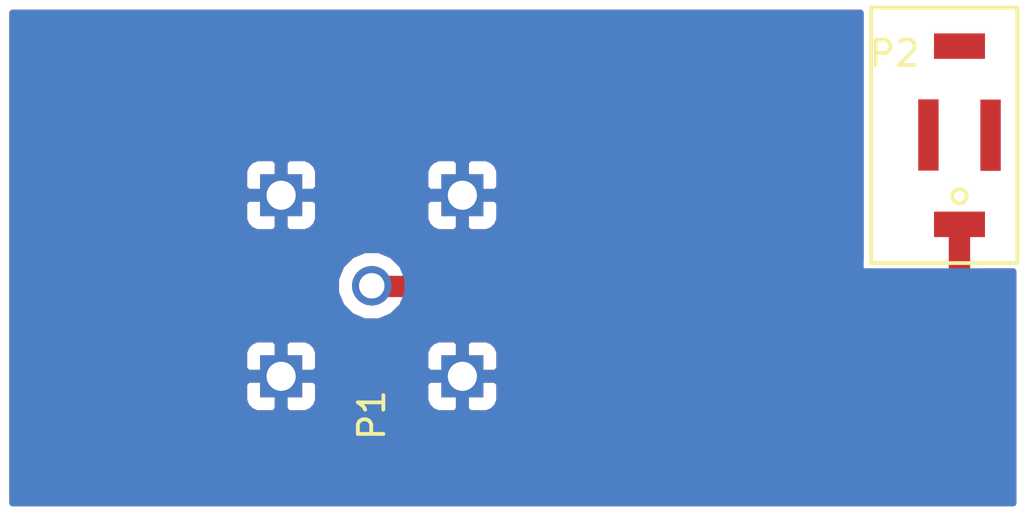
<source format=kicad_pcb>
(kicad_pcb (version 4) (host pcbnew 4.0.5)

  (general
    (links 3)
    (no_connects 0)
    (area 79.899999 99.899999 120.100001 120.100001)
    (thickness 1.6)
    (drawings 4)
    (tracks 5)
    (zones 0)
    (modules 2)
    (nets 4)
  )

  (page A4)
  (layers
    (0 F.Cu signal)
    (31 B.Cu signal)
    (32 B.Adhes user)
    (33 F.Adhes user)
    (34 B.Paste user)
    (35 F.Paste user)
    (36 B.SilkS user)
    (37 F.SilkS user)
    (38 B.Mask user)
    (39 F.Mask user)
    (40 Dwgs.User user)
    (41 Cmts.User user)
    (42 Eco1.User user)
    (43 Eco2.User user)
    (44 Edge.Cuts user)
    (45 Margin user)
    (46 B.CrtYd user)
    (47 F.CrtYd user)
    (48 B.Fab user)
    (49 F.Fab user)
  )

  (setup
    (last_trace_width 0.8382)
    (trace_clearance 0.2)
    (zone_clearance 0.508)
    (zone_45_only no)
    (trace_min 0.1524)
    (segment_width 0.2)
    (edge_width 0.15)
    (via_size 0.6)
    (via_drill 0.4)
    (via_min_size 0.4)
    (via_min_drill 0.3)
    (uvia_size 0.3)
    (uvia_drill 0.1)
    (uvias_allowed no)
    (uvia_min_size 0.2)
    (uvia_min_drill 0.1)
    (pcb_text_width 0.3)
    (pcb_text_size 1.5 1.5)
    (mod_edge_width 0.15)
    (mod_text_size 1 1)
    (mod_text_width 0.15)
    (pad_size 1.651 1.651)
    (pad_drill 1.143)
    (pad_to_mask_clearance 0.2)
    (aux_axis_origin 80.264 119.7864)
    (visible_elements 7FFFFFFF)
    (pcbplotparams
      (layerselection 0x020f0_80000001)
      (usegerberextensions false)
      (excludeedgelayer true)
      (linewidth 0.100000)
      (plotframeref false)
      (viasonmask false)
      (mode 1)
      (useauxorigin true)
      (hpglpennumber 1)
      (hpglpenspeed 20)
      (hpglpendiameter 15)
      (hpglpenoverlay 2)
      (psnegative false)
      (psa4output false)
      (plotreference true)
      (plotvalue true)
      (plotinvisibletext false)
      (padsonsilk false)
      (subtractmaskfromsilk false)
      (outputformat 1)
      (mirror false)
      (drillshape 0)
      (scaleselection 1)
      (outputdirectory GerbTool/))
  )

  (net 0 "")
  (net 1 "Net-(P1-Pad1)")
  (net 2 GND)
  (net 3 "Net-(P2-Pad2)")

  (net_class Default "This is the default net class."
    (clearance 0.2)
    (trace_width 0.8382)
    (via_dia 0.6)
    (via_drill 0.4)
    (uvia_dia 0.3)
    (uvia_drill 0.1)
    (add_net GND)
    (add_net "Net-(P1-Pad1)")
    (add_net "Net-(P2-Pad2)")
  )

  (module MyFootprints:ChipAntenna (layer F.Cu) (tedit 5900F0FB) (tstamp 58AF69C4)
    (at 117.5512 108.712 270)
    (path /58E3E9F3)
    (fp_text reference P2 (at -6.712 2.5512 360) (layer F.SilkS)
      (effects (font (size 1 1) (thickness 0.15)))
    )
    (fp_text value CONN_01X02 (at -3.612 4.4512 270) (layer F.Fab) hide
      (effects (font (size 1 1) (thickness 0.15)))
    )
    (fp_circle (center -1.1 0) (end -0.9 0.2) (layer F.SilkS) (width 0.15))
    (fp_line (start 1.52 -2.25) (end 1.52 3.47) (layer F.SilkS) (width 0.15))
    (fp_line (start -8.51 -2.26) (end -8.51 3.47) (layer F.SilkS) (width 0.15))
    (fp_line (start -8.51 3.47) (end -8.49 3.46) (layer F.SilkS) (width 0.15))
    (fp_line (start -8.5 3.47) (end 1.5 3.47) (layer F.SilkS) (width 0.15))
    (fp_line (start -8.5 -2.27) (end 1.5 -2.27) (layer F.SilkS) (width 0.15))
    (pad 2 smd rect (at -3.51 1.22 270) (size 2.8 0.8) (layers F.Cu F.Paste F.Mask)
      (net 3 "Net-(P2-Pad2)"))
    (pad 3 smd rect (at -7 0 270) (size 1 2) (layers F.Cu F.Paste F.Mask))
    (pad 1 smd rect (at 0 0 270) (size 1 2) (layers F.Cu F.Paste F.Mask)
      (net 1 "Net-(P1-Pad1)"))
    (pad 4 smd rect (at -3.5 -1.22 270) (size 2.8 0.8) (layers F.Cu F.Paste F.Mask))
  )

  (module "VSMA:Vertical SMA" (layer F.Cu) (tedit 59010581) (tstamp 5901054B)
    (at 94.488 111.125)
    (fp_text reference P1 (at 0 5.08 90) (layer F.SilkS)
      (effects (font (size 1 1) (thickness 0.15)))
    )
    (fp_text value CONN_01X02 (at -6 0 90) (layer F.Fab) hide
      (effects (font (size 1 1) (thickness 0.15)))
    )
    (pad 2 thru_hole rect (at -3.556 3.556) (size 1.651 1.651) (drill 1.143) (layers *.Cu *.Mask)
      (net 2 GND))
    (pad 2 thru_hole rect (at 3.556 -3.556) (size 1.651 1.651) (drill 1.143) (layers *.Cu *.Mask)
      (net 2 GND))
    (pad 2 thru_hole rect (at -3.556 -3.556) (size 1.651 1.651) (drill 1.143) (layers *.Cu *.Mask)
      (net 2 GND))
    (pad 2 thru_hole rect (at 3.556 3.556) (size 1.651 1.651) (drill 1.143) (layers *.Cu *.Mask)
      (net 2 GND))
    (pad 1 thru_hole circle (at 0 0) (size 1.55 1.55) (drill 1) (layers *.Cu *.Mask))
  )

  (gr_line (start 120 100) (end 80 100) (angle 90) (layer Margin) (width 0.2))
  (gr_line (start 120 120) (end 120 100) (angle 90) (layer Margin) (width 0.2))
  (gr_line (start 80 120) (end 120 120) (angle 90) (layer Margin) (width 0.2))
  (gr_line (start 80 100) (end 80 120) (angle 90) (layer Margin) (width 0.2))

  (segment (start 94.5134 111.1504) (end 95.8596 111.1504) (width 0.8382) (layer F.Cu) (net 1))
  (segment (start 117.5512 110.6932) (end 117.5512 108.712) (width 0.8382) (layer F.Cu) (net 1))
  (segment (start 117.094 111.1504) (end 95.8596 111.1504) (width 0.8382) (layer F.Cu) (net 1) (tstamp 58AFC930))
  (segment (start 117.5512 110.6932) (end 117.094 111.1504) (width 0.8382) (layer F.Cu) (net 1) (tstamp 58AFC92A))
  (segment (start 94.5134 111.1504) (end 94.488 111.125) (width 0.8382) (layer F.Cu) (net 1) (tstamp 58E3F0DA))

  (zone (net 2) (net_name GND) (layer F.Cu) (tstamp 58AFD327) (hatch edge 0.508)
    (connect_pads (clearance 0.508))
    (min_thickness 0.254)
    (fill yes (arc_segments 16) (thermal_gap 0.508) (thermal_bridge_width 0.508))
    (polygon
      (pts
        (xy 113.792 110.4392) (xy 119.7864 110.4392) (xy 119.7864 119.7864) (xy 80.264 119.7864) (xy 80.264 100.2792)
        (xy 113.792 100.2792)
      )
    )
    (filled_polygon
      (pts
        (xy 113.665 110.0963) (xy 95.453398 110.0963) (xy 95.287744 109.930357) (xy 94.769697 109.715245) (xy 94.208764 109.714755)
        (xy 93.690342 109.928963) (xy 93.293357 110.325256) (xy 93.078245 110.843303) (xy 93.077755 111.404236) (xy 93.291963 111.922658)
        (xy 93.688256 112.319643) (xy 94.206303 112.534755) (xy 94.767236 112.535245) (xy 95.285658 112.321037) (xy 95.402398 112.2045)
        (xy 117.094 112.2045) (xy 117.497387 112.124261) (xy 117.839361 111.895761) (xy 118.296561 111.438562) (xy 118.489104 111.1504)
        (xy 118.525061 111.096587) (xy 118.6053 110.6932) (xy 118.6053 110.5662) (xy 119.6594 110.5662) (xy 119.6594 119.6594)
        (xy 80.391 119.6594) (xy 80.391 114.96675) (xy 89.4715 114.96675) (xy 89.4715 115.63281) (xy 89.568173 115.866199)
        (xy 89.746802 116.044827) (xy 89.980191 116.1415) (xy 90.64625 116.1415) (xy 90.805 115.98275) (xy 90.805 114.808)
        (xy 91.059 114.808) (xy 91.059 115.98275) (xy 91.21775 116.1415) (xy 91.883809 116.1415) (xy 92.117198 116.044827)
        (xy 92.295827 115.866199) (xy 92.3925 115.63281) (xy 92.3925 114.96675) (xy 96.5835 114.96675) (xy 96.5835 115.63281)
        (xy 96.680173 115.866199) (xy 96.858802 116.044827) (xy 97.092191 116.1415) (xy 97.75825 116.1415) (xy 97.917 115.98275)
        (xy 97.917 114.808) (xy 98.171 114.808) (xy 98.171 115.98275) (xy 98.32975 116.1415) (xy 98.995809 116.1415)
        (xy 99.229198 116.044827) (xy 99.407827 115.866199) (xy 99.5045 115.63281) (xy 99.5045 114.96675) (xy 99.34575 114.808)
        (xy 98.171 114.808) (xy 97.917 114.808) (xy 96.74225 114.808) (xy 96.5835 114.96675) (xy 92.3925 114.96675)
        (xy 92.23375 114.808) (xy 91.059 114.808) (xy 90.805 114.808) (xy 89.63025 114.808) (xy 89.4715 114.96675)
        (xy 80.391 114.96675) (xy 80.391 113.72919) (xy 89.4715 113.72919) (xy 89.4715 114.39525) (xy 89.63025 114.554)
        (xy 90.805 114.554) (xy 90.805 113.37925) (xy 91.059 113.37925) (xy 91.059 114.554) (xy 92.23375 114.554)
        (xy 92.3925 114.39525) (xy 92.3925 113.72919) (xy 96.5835 113.72919) (xy 96.5835 114.39525) (xy 96.74225 114.554)
        (xy 97.917 114.554) (xy 97.917 113.37925) (xy 98.171 113.37925) (xy 98.171 114.554) (xy 99.34575 114.554)
        (xy 99.5045 114.39525) (xy 99.5045 113.72919) (xy 99.407827 113.495801) (xy 99.229198 113.317173) (xy 98.995809 113.2205)
        (xy 98.32975 113.2205) (xy 98.171 113.37925) (xy 97.917 113.37925) (xy 97.75825 113.2205) (xy 97.092191 113.2205)
        (xy 96.858802 113.317173) (xy 96.680173 113.495801) (xy 96.5835 113.72919) (xy 92.3925 113.72919) (xy 92.295827 113.495801)
        (xy 92.117198 113.317173) (xy 91.883809 113.2205) (xy 91.21775 113.2205) (xy 91.059 113.37925) (xy 90.805 113.37925)
        (xy 90.64625 113.2205) (xy 89.980191 113.2205) (xy 89.746802 113.317173) (xy 89.568173 113.495801) (xy 89.4715 113.72919)
        (xy 80.391 113.72919) (xy 80.391 107.85475) (xy 89.4715 107.85475) (xy 89.4715 108.52081) (xy 89.568173 108.754199)
        (xy 89.746802 108.932827) (xy 89.980191 109.0295) (xy 90.64625 109.0295) (xy 90.805 108.87075) (xy 90.805 107.696)
        (xy 91.059 107.696) (xy 91.059 108.87075) (xy 91.21775 109.0295) (xy 91.883809 109.0295) (xy 92.117198 108.932827)
        (xy 92.295827 108.754199) (xy 92.3925 108.52081) (xy 92.3925 107.85475) (xy 96.5835 107.85475) (xy 96.5835 108.52081)
        (xy 96.680173 108.754199) (xy 96.858802 108.932827) (xy 97.092191 109.0295) (xy 97.75825 109.0295) (xy 97.917 108.87075)
        (xy 97.917 107.696) (xy 98.171 107.696) (xy 98.171 108.87075) (xy 98.32975 109.0295) (xy 98.995809 109.0295)
        (xy 99.229198 108.932827) (xy 99.407827 108.754199) (xy 99.5045 108.52081) (xy 99.5045 107.85475) (xy 99.34575 107.696)
        (xy 98.171 107.696) (xy 97.917 107.696) (xy 96.74225 107.696) (xy 96.5835 107.85475) (xy 92.3925 107.85475)
        (xy 92.23375 107.696) (xy 91.059 107.696) (xy 90.805 107.696) (xy 89.63025 107.696) (xy 89.4715 107.85475)
        (xy 80.391 107.85475) (xy 80.391 106.61719) (xy 89.4715 106.61719) (xy 89.4715 107.28325) (xy 89.63025 107.442)
        (xy 90.805 107.442) (xy 90.805 106.26725) (xy 91.059 106.26725) (xy 91.059 107.442) (xy 92.23375 107.442)
        (xy 92.3925 107.28325) (xy 92.3925 106.61719) (xy 96.5835 106.61719) (xy 96.5835 107.28325) (xy 96.74225 107.442)
        (xy 97.917 107.442) (xy 97.917 106.26725) (xy 98.171 106.26725) (xy 98.171 107.442) (xy 99.34575 107.442)
        (xy 99.5045 107.28325) (xy 99.5045 106.61719) (xy 99.407827 106.383801) (xy 99.229198 106.205173) (xy 98.995809 106.1085)
        (xy 98.32975 106.1085) (xy 98.171 106.26725) (xy 97.917 106.26725) (xy 97.75825 106.1085) (xy 97.092191 106.1085)
        (xy 96.858802 106.205173) (xy 96.680173 106.383801) (xy 96.5835 106.61719) (xy 92.3925 106.61719) (xy 92.295827 106.383801)
        (xy 92.117198 106.205173) (xy 91.883809 106.1085) (xy 91.21775 106.1085) (xy 91.059 106.26725) (xy 90.805 106.26725)
        (xy 90.64625 106.1085) (xy 89.980191 106.1085) (xy 89.746802 106.205173) (xy 89.568173 106.383801) (xy 89.4715 106.61719)
        (xy 80.391 106.61719) (xy 80.391 100.4062) (xy 113.665 100.4062)
      )
    )
  )
  (zone (net 2) (net_name GND) (layer B.Cu) (tstamp 58AFD327) (hatch edge 0.508)
    (connect_pads (clearance 0.508))
    (min_thickness 0.254)
    (fill yes (arc_segments 16) (thermal_gap 0.508) (thermal_bridge_width 0.508))
    (polygon
      (pts
        (xy 113.792 110.4392) (xy 119.7864 110.4392) (xy 119.7864 119.7864) (xy 80.264 119.7864) (xy 80.264 100.2792)
        (xy 113.792 100.2792)
      )
    )
    (filled_polygon
      (pts
        (xy 113.665 110.4392) (xy 113.675006 110.48861) (xy 113.703447 110.530235) (xy 113.745841 110.557515) (xy 113.792 110.5662)
        (xy 119.6594 110.5662) (xy 119.6594 119.6594) (xy 80.391 119.6594) (xy 80.391 114.96675) (xy 89.4715 114.96675)
        (xy 89.4715 115.63281) (xy 89.568173 115.866199) (xy 89.746802 116.044827) (xy 89.980191 116.1415) (xy 90.64625 116.1415)
        (xy 90.805 115.98275) (xy 90.805 114.808) (xy 91.059 114.808) (xy 91.059 115.98275) (xy 91.21775 116.1415)
        (xy 91.883809 116.1415) (xy 92.117198 116.044827) (xy 92.295827 115.866199) (xy 92.3925 115.63281) (xy 92.3925 114.96675)
        (xy 96.5835 114.96675) (xy 96.5835 115.63281) (xy 96.680173 115.866199) (xy 96.858802 116.044827) (xy 97.092191 116.1415)
        (xy 97.75825 116.1415) (xy 97.917 115.98275) (xy 97.917 114.808) (xy 98.171 114.808) (xy 98.171 115.98275)
        (xy 98.32975 116.1415) (xy 98.995809 116.1415) (xy 99.229198 116.044827) (xy 99.407827 115.866199) (xy 99.5045 115.63281)
        (xy 99.5045 114.96675) (xy 99.34575 114.808) (xy 98.171 114.808) (xy 97.917 114.808) (xy 96.74225 114.808)
        (xy 96.5835 114.96675) (xy 92.3925 114.96675) (xy 92.23375 114.808) (xy 91.059 114.808) (xy 90.805 114.808)
        (xy 89.63025 114.808) (xy 89.4715 114.96675) (xy 80.391 114.96675) (xy 80.391 113.72919) (xy 89.4715 113.72919)
        (xy 89.4715 114.39525) (xy 89.63025 114.554) (xy 90.805 114.554) (xy 90.805 113.37925) (xy 91.059 113.37925)
        (xy 91.059 114.554) (xy 92.23375 114.554) (xy 92.3925 114.39525) (xy 92.3925 113.72919) (xy 96.5835 113.72919)
        (xy 96.5835 114.39525) (xy 96.74225 114.554) (xy 97.917 114.554) (xy 97.917 113.37925) (xy 98.171 113.37925)
        (xy 98.171 114.554) (xy 99.34575 114.554) (xy 99.5045 114.39525) (xy 99.5045 113.72919) (xy 99.407827 113.495801)
        (xy 99.229198 113.317173) (xy 98.995809 113.2205) (xy 98.32975 113.2205) (xy 98.171 113.37925) (xy 97.917 113.37925)
        (xy 97.75825 113.2205) (xy 97.092191 113.2205) (xy 96.858802 113.317173) (xy 96.680173 113.495801) (xy 96.5835 113.72919)
        (xy 92.3925 113.72919) (xy 92.295827 113.495801) (xy 92.117198 113.317173) (xy 91.883809 113.2205) (xy 91.21775 113.2205)
        (xy 91.059 113.37925) (xy 90.805 113.37925) (xy 90.64625 113.2205) (xy 89.980191 113.2205) (xy 89.746802 113.317173)
        (xy 89.568173 113.495801) (xy 89.4715 113.72919) (xy 80.391 113.72919) (xy 80.391 111.404236) (xy 93.077755 111.404236)
        (xy 93.291963 111.922658) (xy 93.688256 112.319643) (xy 94.206303 112.534755) (xy 94.767236 112.535245) (xy 95.285658 112.321037)
        (xy 95.682643 111.924744) (xy 95.897755 111.406697) (xy 95.898245 110.845764) (xy 95.684037 110.327342) (xy 95.287744 109.930357)
        (xy 94.769697 109.715245) (xy 94.208764 109.714755) (xy 93.690342 109.928963) (xy 93.293357 110.325256) (xy 93.078245 110.843303)
        (xy 93.077755 111.404236) (xy 80.391 111.404236) (xy 80.391 107.85475) (xy 89.4715 107.85475) (xy 89.4715 108.52081)
        (xy 89.568173 108.754199) (xy 89.746802 108.932827) (xy 89.980191 109.0295) (xy 90.64625 109.0295) (xy 90.805 108.87075)
        (xy 90.805 107.696) (xy 91.059 107.696) (xy 91.059 108.87075) (xy 91.21775 109.0295) (xy 91.883809 109.0295)
        (xy 92.117198 108.932827) (xy 92.295827 108.754199) (xy 92.3925 108.52081) (xy 92.3925 107.85475) (xy 96.5835 107.85475)
        (xy 96.5835 108.52081) (xy 96.680173 108.754199) (xy 96.858802 108.932827) (xy 97.092191 109.0295) (xy 97.75825 109.0295)
        (xy 97.917 108.87075) (xy 97.917 107.696) (xy 98.171 107.696) (xy 98.171 108.87075) (xy 98.32975 109.0295)
        (xy 98.995809 109.0295) (xy 99.229198 108.932827) (xy 99.407827 108.754199) (xy 99.5045 108.52081) (xy 99.5045 107.85475)
        (xy 99.34575 107.696) (xy 98.171 107.696) (xy 97.917 107.696) (xy 96.74225 107.696) (xy 96.5835 107.85475)
        (xy 92.3925 107.85475) (xy 92.23375 107.696) (xy 91.059 107.696) (xy 90.805 107.696) (xy 89.63025 107.696)
        (xy 89.4715 107.85475) (xy 80.391 107.85475) (xy 80.391 106.61719) (xy 89.4715 106.61719) (xy 89.4715 107.28325)
        (xy 89.63025 107.442) (xy 90.805 107.442) (xy 90.805 106.26725) (xy 91.059 106.26725) (xy 91.059 107.442)
        (xy 92.23375 107.442) (xy 92.3925 107.28325) (xy 92.3925 106.61719) (xy 96.5835 106.61719) (xy 96.5835 107.28325)
        (xy 96.74225 107.442) (xy 97.917 107.442) (xy 97.917 106.26725) (xy 98.171 106.26725) (xy 98.171 107.442)
        (xy 99.34575 107.442) (xy 99.5045 107.28325) (xy 99.5045 106.61719) (xy 99.407827 106.383801) (xy 99.229198 106.205173)
        (xy 98.995809 106.1085) (xy 98.32975 106.1085) (xy 98.171 106.26725) (xy 97.917 106.26725) (xy 97.75825 106.1085)
        (xy 97.092191 106.1085) (xy 96.858802 106.205173) (xy 96.680173 106.383801) (xy 96.5835 106.61719) (xy 92.3925 106.61719)
        (xy 92.295827 106.383801) (xy 92.117198 106.205173) (xy 91.883809 106.1085) (xy 91.21775 106.1085) (xy 91.059 106.26725)
        (xy 90.805 106.26725) (xy 90.64625 106.1085) (xy 89.980191 106.1085) (xy 89.746802 106.205173) (xy 89.568173 106.383801)
        (xy 89.4715 106.61719) (xy 80.391 106.61719) (xy 80.391 100.4062) (xy 113.665 100.4062)
      )
    )
  )
)

</source>
